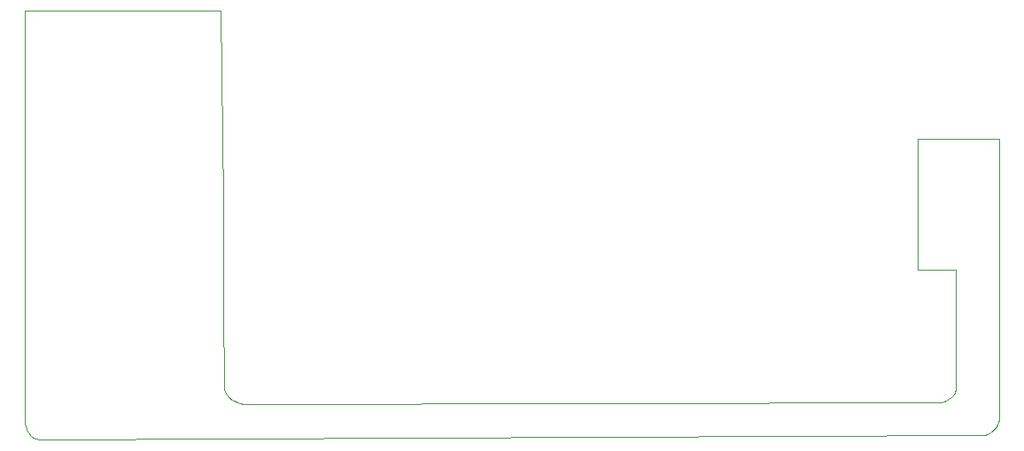
<source format=gbr>
%TF.GenerationSoftware,KiCad,Pcbnew,5.1.6+dfsg1-1*%
%TF.CreationDate,2020-09-16T13:14:45+02:00*%
%TF.ProjectId,esp-wireless-charging,6573702d-7769-4726-956c-6573732d6368,rev?*%
%TF.SameCoordinates,Original*%
%TF.FileFunction,Profile,NP*%
%FSLAX46Y46*%
G04 Gerber Fmt 4.6, Leading zero omitted, Abs format (unit mm)*
G04 Created by KiCad (PCBNEW 5.1.6+dfsg1-1) date 2020-09-16 13:14:45*
%MOMM*%
%LPD*%
G01*
G04 APERTURE LIST*
%TA.AperFunction,Profile*%
%ADD10C,0.100000*%
%TD*%
G04 APERTURE END LIST*
D10*
%TO.C,Ref\u002A\u002A*%
X186783000Y-83404300D02*
X186783000Y-83404300D01*
X186783000Y-59032000D02*
X186783000Y-83404300D01*
X178967000Y-59032000D02*
X186783000Y-59032000D01*
X178966000Y-71566500D02*
X178967000Y-59032000D01*
X182640000Y-71566500D02*
X178966000Y-71566500D01*
X182640000Y-82882100D02*
X182640000Y-71566500D01*
X182626000Y-83041200D02*
X182640000Y-82882100D01*
X182583000Y-83191900D02*
X182626000Y-83041200D01*
X182519000Y-83333800D02*
X182583000Y-83191900D01*
X182433000Y-83466900D02*
X182519000Y-83333800D01*
X182222000Y-83705200D02*
X182433000Y-83466900D01*
X181977000Y-83904800D02*
X182222000Y-83705200D01*
X181734000Y-84063600D02*
X181977000Y-83904800D01*
X181522000Y-84179600D02*
X181734000Y-84063600D01*
X181315000Y-84274700D02*
X181522000Y-84179600D01*
X114818300Y-84388700D02*
X181315000Y-84274700D01*
X114521000Y-84373100D02*
X114818300Y-84388700D01*
X114249900Y-84328900D02*
X114521000Y-84373100D01*
X114004100Y-84260200D02*
X114249900Y-84328900D01*
X113782600Y-84171200D02*
X114004100Y-84260200D01*
X113584300Y-84065800D02*
X113782600Y-84171200D01*
X113408400Y-83948200D02*
X113584300Y-84065800D01*
X113254000Y-83822300D02*
X113408400Y-83948200D01*
X113119800Y-83692400D02*
X113254000Y-83822300D01*
X112908800Y-83436700D02*
X113119800Y-83692400D01*
X112767700Y-83213700D02*
X112908800Y-83436700D01*
X112664100Y-82996100D02*
X112767700Y-83213700D01*
X112626300Y-74846500D02*
X112664100Y-82996100D01*
X112580400Y-64822400D02*
X112626300Y-74846500D01*
X112386100Y-46760000D02*
X112580400Y-64822400D01*
X93653500Y-46760000D02*
X112386100Y-46760000D01*
X93653500Y-72435500D02*
X93653500Y-46760000D01*
X93653500Y-72785100D02*
X93653500Y-72435500D01*
X93653500Y-85900300D02*
X93653500Y-72785100D01*
X93671500Y-86246900D02*
X93653500Y-85900300D01*
X93722200Y-86549000D02*
X93671500Y-86246900D01*
X93801200Y-86809600D02*
X93722200Y-86549000D01*
X93903500Y-87031800D02*
X93801200Y-86809600D01*
X94024700Y-87218600D02*
X93903500Y-87031800D01*
X94159900Y-87373100D02*
X94024700Y-87218600D01*
X94304500Y-87498400D02*
X94159900Y-87373100D01*
X94453800Y-87597500D02*
X94304500Y-87498400D01*
X94603100Y-87673500D02*
X94453800Y-87597500D01*
X94747700Y-87729500D02*
X94603100Y-87673500D01*
X95004100Y-87793500D02*
X94747700Y-87729500D01*
X95185400Y-87813900D02*
X95004100Y-87793500D01*
X95254200Y-87815200D02*
X95185400Y-87813900D01*
X184850000Y-87408500D02*
X95254200Y-87815200D01*
X185135000Y-87391600D02*
X184850000Y-87408500D01*
X185393000Y-87343700D02*
X185135000Y-87391600D01*
X185624000Y-87269300D02*
X185393000Y-87343700D01*
X185828000Y-87172800D02*
X185624000Y-87269300D01*
X186009000Y-87058500D02*
X185828000Y-87172800D01*
X186166000Y-86931200D02*
X186009000Y-87058500D01*
X186301000Y-86794800D02*
X186166000Y-86931200D01*
X186418000Y-86654000D02*
X186301000Y-86794800D01*
X186594000Y-86377100D02*
X186418000Y-86654000D01*
X186706000Y-86135400D02*
X186594000Y-86377100D01*
X186783000Y-85899600D02*
X186706000Y-86135400D01*
X186783000Y-83404300D02*
X186783000Y-85899600D01*
%TD*%
M02*

</source>
